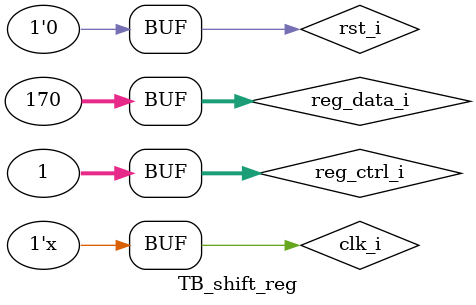
<source format=sv>
`timescale 1ns / 1ps

module TB_shift_reg();


    parameter N      = 8,
              PERIOD = 50;
    

    
    logic             clk_i;
    logic             rst_i;
    logic             MISO_i;
    logic  [31: 0]    reg_ctrl_i;
    logic  [31: 0]    reg_data_i;
       
    logic            MOSI_o;
    logic            WR2_ctrl_o;
    logic            WR2_data_o;
    logic [5:  0]    addr_o;
    logic [31: 0]    reg_ctrl_o;
    logic [31: 0]    reg_data_o;
    
    
    
    Top_SPI_Master DUT_TSPIM
    (
        .clk_i          (clk_i),
        .rst_i          (rst_i),
        .MISO_i         (~MOSI_o),
        .reg_ctrl_i     (reg_ctrl_i),
        .reg_data_i     (reg_data_i),
        .MOSI_o         (MOSI_o),
        .WR2_ctrl_o     (WR2_ctrl_o),
        .WR2_data_o     (WR2_data_o),
        .addr_o         (addr_o),
        .reg_ctrl_o     (reg_ctrl_o),
        .reg_data_o     (reg_data_o)
    );
    
    always #PERIOD clk_i=~clk_i;
    
    initial  begin
    
        clk_i = 1'b1;
        rst_i = 1'b1;
        #(PERIOD*2);
        rst_i = 1'b0;
        reg_ctrl_i = 32'b000000_0000000000_000_000000000_0_0_0_1;
        reg_data_i = 32'h0000AA;
        
    end
    
    
     


endmodule

</source>
